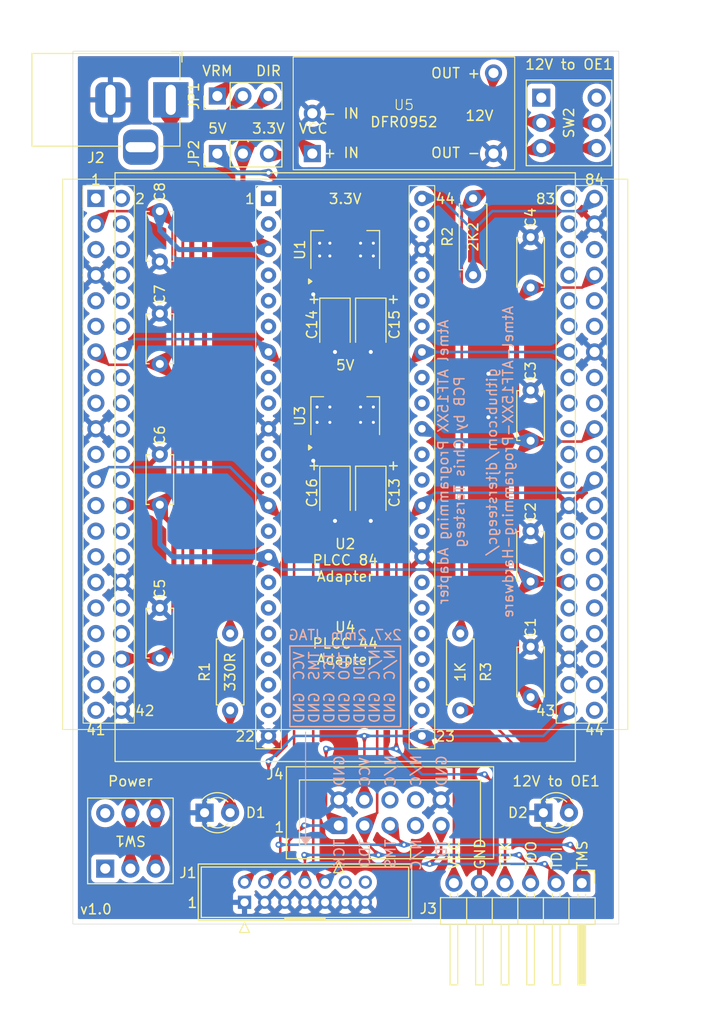
<source format=kicad_pcb>
(kicad_pcb (version 20240108) (generator "pcbnew") (generator_version "8.0")
  (title_block (title "Atmel-ATF15XX-Programming-Adapter") (date "2025-02-19") (rev "v1.0") (company "Chris Tersteeg"))
  (layers (0 "F.Cu" signal) (31 "B.Cu" signal) (34 "B.Paste" user) (35 "F.Paste" user) (36 "B.SilkS" user "B.Silkscreen") (37 "F.SilkS" user "F.Silkscreen") (38 "B.Mask" user) (39 "F.Mask" user) (44 "Edge.Cuts" user))
  (net 0 "")
  (net 1 "GND")
  (net 2 "Net-(JP1-A)")
  (net 3 "+3.3V")
  (net 4 "+5V")
  (net 5 "Net-(D1-A)")
  (net 6 "VCC")
  (net 7 "/TMS")
  (net 8 "/TCK")
  (net 10 "/TDI")
  (net 11 "/TDO")
  (net 13 "Net-(SW1A-B)")
  (net 14 "Net-(JP1-C)")
  (net 111 "Net-(D2-A)")
  (net 112 "/OE1")
  (net 113 "Net-(SW2A-C)")
  (net 116 "+12V")
  (footprint "Resistor_THT:R_Axial_DIN0207_L6.3mm_D2.5mm_P7.62mm_Horizontal" (layer "F.Cu") (at 128.905 100.965 -90)
    (property "Reference" "R1")
    (property "Value" "330R")
  )
  (footprint "Tersteeg:PLCC84 to Dual DIP84" (layer "F.Cu") (at 140.335 83.185)
    (property "Reference" "U2")
    (property "Value" "ATF1508AS-10JU84")
  )
  (footprint "LED_THT:LED_D3.0mm" (layer "F.Cu") (at 126.365 118.745)
    (property "Reference" "D1")
    (property "Value" "LED")
  )
  (footprint "Connector_IDC:IDC-Header_2x05_P2.54mm_Vertical" (layer "F.Cu") (at 139.7 120.015 90)
    (property "Reference" "J4")
    (property "Value" "JTAG")
  )
  (footprint "Capacitor_Tantalum_SMD:CP_EIA-3528-12_Kemet-T_Pad1.50x2.35mm_HandSolder" (layer "F.Cu") (at 139.319 70.3175 -90)
    (property "Reference" "C14")
    (property "Value" "22uF 10V")
  )
  (footprint "Capacitor_THT:C_Disc_D4.7mm_W2.5mm_P5.00mm" (layer "F.Cu") (at 121.92 64.055 90)
    (property "Reference" "C8")
    (property "Value" "220nF")
  )
  (footprint "Capacitor_Tantalum_SMD:CP_EIA-3528-12_Kemet-T_Pad1.50x2.35mm_HandSolder" (layer "F.Cu") (at 139.319 86.995 -90)
    (property "Reference" "C16")
    (property "Value" "22uF 10V")
  )
  (footprint "LED_THT:LED_D3.0mm" (layer "F.Cu") (at 160.02 118.745)
    (property "Reference" "D2")
    (property "Value" "LED")
  )
  (footprint "Capacitor_Tantalum_SMD:CP_EIA-3528-12_Kemet-T_Pad1.50x2.35mm_HandSolder" (layer "F.Cu") (at 142.875 70.3175 -90)
    (property "Reference" "C15")
    (property "Value" "22uF 16V")
  )
  (footprint "Connector_PinHeader_2.54mm:PinHeader_1x03_P2.54mm_Vertical" (layer "F.Cu") (at 127.635 53.34 90)
    (property "Reference" "JP2")
    (property "Value" "VCC 5V/3.3V")
  )
  (footprint "Capacitor_THT:C_Disc_D4.7mm_W2.5mm_P5.00mm" (layer "F.Cu") (at 158.75 76.835 -90)
    (property "Reference" "C3")
    (property "Value" "220nF")
  )
  (footprint "Capacitor_THT:C_Disc_D4.7mm_W2.5mm_P5.00mm" (layer "F.Cu") (at 158.75 61.635 -90)
    (property "Reference" "C4")
    (property "Value" "220nF")
  )
  (footprint "Tersteeg:KFC8.5x8.5 DPDT Push Switch" (layer "F.Cu") (at 118.999 121.539 90)
    (property "Reference" "SW1")
    (property "Value" "SW_DPDT_x2")
  )
  (footprint "Capacitor_Tantalum_SMD:CP_EIA-3528-12_Kemet-T_Pad1.50x2.35mm_HandSolder" (layer "F.Cu") (at 142.875 86.995 -90)
    (property "Reference" "C13")
    (property "Value" "22uF 16V")
  )
  (footprint "Tersteeg:DFR0952 Mini DC-DC Boost Convertor" (layer "F.Cu") (at 137.067 53.34)
    (property "Reference" "U5")
    (property "Value" "DFR0952")
  )
  (footprint "Capacitor_THT:C_Disc_D4.7mm_W2.5mm_P5.00mm" (layer "F.Cu") (at 121.92 83.185 -90)
    (property "Reference" "C6")
    (property "Value" "220nF")
  )
  (footprint "Capacitor_THT:C_Disc_D4.7mm_W2.5mm_P5.00mm" (layer "F.Cu") (at 121.92 69.215 -90)
    (property "Reference" "C7")
    (property "Value" "220nF")
  )
  (footprint "Capacitor_THT:C_Disc_D4.7mm_W2.5mm_P5.00mm" (layer "F.Cu") (at 158.75 102.275 -90)
    (property "Reference" "C1")
    (property "Value" "220nF")
  )
  (footprint "Resistor_THT:R_Axial_DIN0207_L6.3mm_D2.5mm_P7.62mm_Horizontal" (layer "F.Cu") (at 151.765 100.965 -90)
    (property "Reference" "R3")
    (property "Value" "1K")
  )
  (footprint "Capacitor_THT:C_Disc_D4.7mm_W2.5mm_P5.00mm" (layer "F.Cu") (at 158.75 90.805 -90)
    (property "Reference" "C2")
    (property "Value" "220nF")
  )
  (footprint "Connector_PinHeader_2.54mm:PinHeader_1x06_P2.54mm_Horizontal" (layer "F.Cu") (at 163.83 125.73 -90)
    (property "Reference" "J3")
    (property "Value" "JTAG")
  )
  (footprint "Capacitor_THT:C_Disc_D4.7mm_W2.5mm_P5.00mm" (layer "F.Cu") (at 121.92 98.425 -90)
    (property "Reference" "C5")
    (property "Value" "220nF")
  )
  (footprint "Tersteeg:IDC-Header_2x07_P2.00mm_Vertical" (layer "F.Cu") (at 136.335 126.635 90)
    (property "Reference" "J1")
    (property "Value" "JTAG-X")
  )
  (footprint "Package_TO_SOT_SMD:SOT-223-3_TabPin2" (layer "F.Cu") (at 140.335 62.89 90)
    (property "Reference" "U1")
    (property "Value" "AMS1117-3.3")
  )
  (footprint "Connector_PinHeader_2.54mm:PinHeader_1x03_P2.54mm_Vertical" (layer "F.Cu") (at 127.635 47.625 90)
    (property "Reference" "JP1")
    (property "Value" "VCC Source")
  )
  (footprint "Tersteeg:KFC8.5x8.5 DPDT Push Switch" (layer "F.Cu") (at 162.56 50.292)
    (property "Reference" "SW2")
    (property "Value" "SW_DPDT_x2")
  )
  (footprint "Resistor_THT:R_Axial_DIN0207_L6.3mm_D2.5mm_P7.62mm_Horizontal" (layer "F.Cu") (at 153.035 57.785 -90)
    (property "Reference" "R2")
    (property "Value" "2K2")
  )
  (footprint "Connector_BarrelJack:BarrelJack_Horizontal" (layer "F.Cu") (at 123.015 48.005)
    (property "Reference" "J2")
    (property "Value" "DC Input")
  )
  (footprint "Tersteeg:PLCC44-QFP44 to DIP44" (layer "F.Cu") (at 140.335 85.725)
    (property "Reference" "U4")
    (property "Value" "ATF1504AS-10JU44")
  )
  (footprint "Package_TO_SOT_SMD:SOT-223-3_TabPin2" (layer "F.Cu") (at 140.335 79.375 90)
    (property "Reference" "U3")
    (property "Value" "AMS1117-5.0")
  )
  (gr_poly (pts (xy 136.398 121.92) (xy 136.906 121.158) (xy 135.89 121.158)) (stroke (width 0.1)) (fill solid) (layer "B.SilkS"))
  (gr_line (start 136.398 110.744) (end 136.398 121.92) (stroke (width 0.1)) (layer "B.SilkS"))
  (gr_rect (start 134.835 102.2) (end 145.835 110.2) (stroke (width 0.15)) (fill none) (layer "B.SilkS"))
  (gr_rect (start 113.284 43.18) (end 167.513 129.794) (stroke (width 0.05)) (fill none) (layer "Edge.Cuts"))
  (gr_text "N/C" (at 145.335 105.7 90) (layer "B.SilkS") (effects (font (size 1 1)) (justify right bottom mirror)))
  (gr_text "2x7 2mm JTAG" (at 140.335 101.7 0) (layer "B.SilkS") (effects (font (size 1 1)) (justify bottom mirror)))
  (gr_text "GND" (at 145.335 106.7 90) (layer "B.SilkS") (effects (font (size 1 1)) (justify left bottom mirror)))
  (gr_text "GND" (at 136.335 106.7 90) (layer "B.SilkS") (effects (font (size 1 1)) (justify left bottom mirror)))
  (gr_text "VCC" (at 142.875 116.205 90) (layer "B.SilkS") (effects (font (size 1 1)) (justify right bottom mirror)))
  (gr_text "GND" (at 139.335 106.7 90) (layer "B.SilkS") (effects (font (size 1 1)) (justify left bottom mirror)))
  (gr_text "TDI" (at 150.495 121.285 90) (layer "B.SilkS") (effects (font (size 1 1)) (justify left bottom mirror)))
  (gr_text "TDO" (at 140.835 105.7 90) (layer "B.SilkS") (effects (font (size 1 1)) (justify right bottom mirror)))
  (gr_text "TDI" (at 142.335 105.7 90) (layer "B.SilkS") (effects (font (size 1 1)) (justify right bottom mirror)))
  (gr_text "N/C" (at 143.835 105.7 90) (layer "B.SilkS") (effects (font (size 1 1)) (justify right bottom mirror)))
  (gr_text "VCC" (at 136.335 105.7 90) (layer "B.SilkS") (effects (font (size 1 1)) (justify right bottom mirror)))
  (gr_text "N/C" (at 145.415 116.205 90) (layer "B.SilkS") (effects (font (size 1 1)) (justify right bottom mirror)))
  (gr_text "GND" (at 143.835 106.7 90) (layer "B.SilkS") (effects (font (size 1 1)) (justify left bottom mirror)))
  (gr_text "TCK" (at 139.335 105.7 90) (layer "B.SilkS") (effects (font (size 1 1)) (justify right bottom mirror)))
  (gr_text "TCK" (at 140.335 121.285 90) (layer "B.SilkS") (effects (font (size 1 1)) (justify left bottom mirror)))
  (gr_text "GND" (at 140.335 116.205 90) (layer "B.SilkS") (effects (font (size 1 1)) (justify right bottom mirror)))
  (gr_text "N/C" (at 147.955 116.205 90) (layer "B.SilkS") (effects (font (size 1 1)) (justify right bottom mirror)))
  (gr_text "Atmel ATF15XX Programming Adapter\nPCB by Chris Tersteeg\n\ngithub.com/djtersteegc/\nAtmel-ATF15XX-Programming-Hardware" (at 157.099 83.947 90) (layer "B.SilkS") (effects (font (size 1 1)) (justify bottom mirror)))
  (gr_text "GND" (at 140.835 106.7 90) (layer "B.SilkS") (effects (font (size 1 1)) (justify left bottom mirror)))
  (gr_text "GND" (at 142.335 106.7 90) (layer "B.SilkS") (effects (font (size 1 1)) (justify left bottom mirror)))
  (gr_text "N/C" (at 147.955 121.285 90) (layer "B.SilkS") (effects (font (size 1 1)) (justify left bottom mirror)))
  (gr_text "TMS" (at 137.835 105.7 90) (layer "B.SilkS") (effects (font (size 1 1)) (justify right bottom mirror)))
  (gr_text "GND" (at 137.835 106.7 90) (layer "B.SilkS") (effects (font (size 1 1)) (justify left bottom mirror)))
  (gr_text "GND" (at 150.495 116.205 90) (layer "B.SilkS") (effects (font (size 1 1)) (justify right bottom mirror)))
  (gr_text "TMS" (at 145.415 121.285 90) (layer "B.SilkS") (effects (font (size 1 1)) (justify left bottom mirror)))
  (gr_text "TDO" (at 142.875 121.285 90) (layer "B.SilkS") (effects (font (size 1 1)) (justify left bottom mirror)))
  (gr_text "43" (at 161.29 109.22 0) (layer "F.SilkS") (effects (font (size 1 1)) (justify right bottom)))
  (gr_text "12V to OE1" (at 162.56 45.085 0) (layer "F.SilkS") (effects (font (size 1 1)) (justify bottom)))
  (gr_text "83" (at 161.29 58.42 0) (layer "F.SilkS") (effects (font (size 1 1)) (justify right bottom)))
  (gr_text "1" (at 131.445 58.42 0) (layer "F.SilkS") (effects (font (size 1 1)) (justify right bottom)))
  (gr_text "DIR" (at 132.715 45.72 0) (layer "F.SilkS") (effects (font (size 1 1)) (justify bottom)))
  (gr_text "TCK" (at 156.845 124.46 90) (layer "F.SilkS") (effects (font (size 1 1)) (justify left bottom)))
  (gr_text "TDI" (at 161.925 124.46 90) (layer "F.SilkS") (effects (font (size 1 1)) (justify left bottom)))
  (gr_text "TDO" (at 159.385 124.46 90) (layer "F.SilkS") (effects (font (size 1 1)) (justify left bottom)))
  (gr_text "42" (at 119.38 109.22 0) (layer "F.SilkS") (effects (font (size 1 1)) (justify left bottom)))
  (gr_text "+" (at 144.399 84.836 0) (layer "F.SilkS") (effects (font (size 1 1)) (justify left bottom)))
  (gr_text "2" (at 119.38 58.42 0) (layer "F.SilkS") (effects (font (size 1 1)) (justify left bottom)))
  (gr_text "TMS" (at 164.465 124.46 90) (layer "F.SilkS") (effects (font (size 1 1)) (justify left bottom)))
  (gr_text "GND" (at 154.305 124.46 90) (layer "F.SilkS") (effects (font (size 1 1)) (justify left bottom)))
  (gr_text "+" (at 136.525 68.326 0) (layer "F.SilkS") (effects (font (size 1 1)) (justify left bottom)))
  (gr_text "v1.0" (at 115.57 128.905 0) (layer "F.SilkS") (effects (font (size 1 1)) (justify bottom)))
  (gr_text "44" (at 165.1 111.125 0) (layer "F.SilkS") (effects (font (size 1 1)) (justify bottom)))
  (gr_text "5V" (at 127.635 51.435 0) (layer "F.SilkS") (effects (font (size 1 1)) (justify bottom)))
  (gr_text "3.3V" (at 132.715 51.435 0) (layer "F.SilkS") (effects (font (size 1 1)) (justify bottom)))
  (gr_text "5V" (at 140.335 74.93 0) (layer "F.SilkS") (effects (font (size 1 1)) (justify bottom)))
  (gr_text "23" (at 149.225 111.76 0) (layer "F.SilkS") (effects (font (size 1 1)) (justify left bottom)))
  (gr_text "+" (at 144.399 68.326 0) (layer "F.SilkS") (effects (font (size 1 1)) (justify left bottom)))
  (gr_text "+" (at 136.525 84.836 0) (layer "F.SilkS") (effects (font (size 1 1)) (justify left bottom)))
  (gr_text "VCC" (at 151.765 124.46 90) (layer "F.SilkS") (effects (font (size 1 1)) (justify left bottom)))
  (gr_text "84" (at 165.1 56.515 0) (layer "F.SilkS") (effects (font (size 1 1)) (justify bottom)))
  (gr_text "PLCC 44\nAdapter" (at 140.335 104.14 0) (layer "F.SilkS") (effects (font (size 1 1)) (justify bottom)))
  (gr_text "41" (at 115.57 111.125 0) (layer "F.SilkS") (effects (font (size 1 1)) (justify bottom)))
  (gr_text "22" (at 131.445 111.76 0) (layer "F.SilkS") (effects (font (size 1 1)) (justify right bottom)))
  (gr_text "3.3V" (at 140.335 58.42 0) (layer "F.SilkS") (effects (font (size 1 1)) (justify bottom)))
  (gr_text "PLCC 84\nAdapter" (at 140.335 95.885 0) (layer "F.SilkS") (effects (font (size 1 1)) (justify bottom)))
  (gr_text "VRM" (at 127.635 45.72 0) (layer "F.SilkS") (effects (font (size 1 1)) (justify bottom)))
  (gr_text "12V to OE1" (at 161.29 116.205 0) (layer "F.SilkS") (effects (font (size 1 1)) (justify bottom)))
  (gr_text "1" (at 134.366 120.777 0) (layer "F.SilkS") (effects (font (size 1 1)) (justify right bottom)))
  (gr_text "12V" (at 153.67 50.165 0) (layer "F.SilkS") (effects (font (size 1 1)) (justify bottom)))
  (gr_text "1" (at 115.57 56.515 0) (layer "F.SilkS") (effects (font (size 1 1)) (justify bottom)))
  (gr_text "VCC" (at 137.16 51.435 0) (layer "F.SilkS") (effects (font (size 1 1)) (justify bottom)))
  (gr_text "44" (at 149.225 58.42 0) (layer "F.SilkS") (effects (font (size 1 1)) (justify left bottom)))
  (gr_text "Power" (at 118.999 116.205 0) (layer "F.SilkS") (effects (font (size 1 1)) (justify bottom)))
  (gr_text "1" (at 125.73 128.27 0) (layer "F.SilkS") (effects (font (size 1 1)) (justify right bottom)))
  (segment (start 137.16 83.4) (end 138.035 82.525) (width 0.4) (layer "F.Cu") (net 1))
  (segment (start 137.16 66.915) (end 138.035 66.04) (width 0.4) (layer "F.Cu") (net 1))
  (segment (start 137.16 67.31) (end 137.16 66.915) (width 0.4) (layer "F.Cu") (net 1))
  (segment (start 137.16 83.82) (end 137.16 83.4) (width 0.4) (layer "F.Cu") (net 1))
  (via (at 137.795 63.5) (size 0.6) (drill 0.3) (layers "F.Cu" "B.Cu") (net 1))
  (via (at 137.541 80.01) (size 0.6) (drill 0.3) (layers "F.Cu" "B.Cu") (net 1))
  (via (at 138.811 80.01) (size 0.6) (drill 0.3) (layers "F.Cu" "B.Cu") (net 1))
  (via (at 143.129 63.5) (size 0.6) (drill 0.3) (layers "F.Cu" "B.Cu") (net 1))
  (via (at 138.811 78.486) (size 0.6) (drill 0.3) (layers "F.Cu" "B.Cu") (net 1))
  (via (at 143.129 78.486) (size 0.6) (drill 0.3) (layers "F.Cu" "B.Cu") (net 1))
  (via (at 137.795 62.23) (size 0.6) (drill 0.3) (layers "F.Cu" "B.Cu") (net 1))
  (via (at 142.875 73.025) (size 0.8) (drill 0.4) (layers "F.Cu" "B.Cu") (net 1))
  (via (at 142.875 89.789) (size 0.8) (drill 0.4) (layers "F.Cu" "B.Cu") (net 1))
  (via (at 137.541 78.486) (size 0.6) (drill 0.3) (layers "F.Cu" "B.Cu") (net 1))
  (via (at 154.559 75.184) (size 0.8) (drill 0.4) (layers "F.Cu" "B.Cu") (net 1))
  (via (at 141.859 62.23) (size 0.6) (drill 0.3) (layers "F.Cu" "B.Cu") (net 1))
  (via (at 154.559 79.502) (size 0.8) (drill 0.4) (layers "F.Cu" "B.Cu") (net 1))
  (via (at 138.811 63.5) (size 0.6) (drill 0.3) (layers "F.Cu" "B.Cu") (net 1))
  (via (at 141.859 63.5) (size 0.6) (drill 0.3) (layers "F.Cu" "B.Cu") (net 1))
  (via (at 143.129 62.23) (size 0.6) (drill 0.3) (layers "F.Cu" "B.Cu") (net 1))
  (via (at 137.16 67.31) (size 0.8) (drill 0.4) (layers "F.Cu" "B.Cu") (net 1))
  (via (at 139.319 89.789) (size 0.8) (drill 0.4) (layers "F.Cu" "B.Cu") (net 1))
  (via (at 141.859 78.486) (size 0.6) (drill 0.3) (layers "F.Cu" "B.Cu") (net 1))
  (via (at 141.859 80.01) (size 0.6) (drill 0.3) (layers "F.Cu" "B.Cu") (net 1))
  (via (at 143.129 80.01) (size 0.6) (drill 0.3) (layers "F.Cu" "B.Cu") (net 1))
  (via (at 137.16 83.82) (size 0.8) (drill 0.4) (layers "F.Cu" "B.Cu") (net 1))
  (via (at 138.811 62.23) (size 0.6) (drill 0.3) (layers "F.Cu" "B.Cu") (net 1))
  (via (at 139.319 73.025) (size 0.8) (drill 0.4) (layers "F.Cu" "B.Cu") (net 1))
  (segment (start 143.51 66.04) (end 142.635 66.04) (width 0.5) (layer "F.Cu") (net 2))
  (segment (start 145.161 80.899) (end 143.535 82.525) (width 0.5) (layer "F.Cu") (net 2))
  (segment (start 143.535 82.525) (end 142.635 82.525) (width 0.5) (layer "F.Cu") (net 2))
  (segment (start 142.635 66.04) (end 142.635 68.64) (width 0.5) (layer "F.Cu") (net 2))
  (segment (start 127.635 47.625) (end 130.175 45.085) (width 0.5) (layer "F.Cu") (net 2))
  (segment (start 130.175 45.085) (end 140.335 45.085) (width 0.5) (layer "F.Cu") (net 2))
  (segment (start 143.51 66.04) (end 145.161 64.389) (width 0.5) (layer "F.Cu") (net 2))
  (segment (start 140.335 45.085) (end 145.161 49.911) (width 0.5) (layer "F.Cu") (net 2))
  (segment (start 142.875 85.5575) (end 142.875 82.765) (width 0.5) (layer "F.Cu") (net 2))
  (segment (start 145.161 62.992) (end 145.161 80.899) (width 0.5) (layer "F.Cu") (net 2))
  (segment (start 145.161 49.911) (end 145.161 64.389) (width 0.5) (layer "F.Cu") (net 2))
  (segment (start 140.335 67.9305) (end 140.335 66.04) (width 0.5) (layer "F.Cu") (net 3))
  (segment (start 133.935 53.34) (end 132.715 53.34) (width 0.5) (layer "F.Cu") (net 3))
  (segment (start 139.573 68.6925) (end 140.335 67.9305) (width 0.5) (layer "F.Cu") (net 3))
  (segment (start 140.335 59.74) (end 133.935 53.34) (width 0.5) (layer "F.Cu") (net 3))
  (segment (start 140.335 66.04) (end 140.335 59.74) (width 0.5) (layer "F.Cu") (net 3))
  (segment (start 140.335 84.354) (end 140.335 82.525) (width 0.5) (layer "F.Cu") (net 4))
  (segment (start 139.852 76.225) (end 135.89 72.263) (width 0.5) (layer "F.Cu") (net 4))
  (segment (start 135.89 58.42) (end 132.715 55.245) (width 0.5) (layer "F.Cu") (net 4))
  (segment (start 140.335 82.525) (end 140.335 76.225) (width 0.5) (layer "F.Cu") (net 4))
  (segment (start 139.319 85.37) (end 140.335 84.354) (width 0.5) (layer "F.Cu") (net 4))
  (segment (start 135.89 72.263) (end 135.89 58.42) (width 0.5) (layer "F.Cu") (net 4))
  (via (at 132.715 55.245) (size 0.8) (drill 0.4) (layers "F.Cu" "B.Cu") (net 4))
  (segment (start 132.715 55.245) (end 129.54 55.245) (width 0.5) (layer "B.Cu") (net 4))
  (segment (start 129.54 55.245) (end 127.635 53.34) (width 0.5) (layer "B.Cu") (net 4))
  (segment (start 128.905 108.585) (end 128.905 118.745) (width 0.25) (layer "F.Cu") (net 5))
  (segment (start 157.353 80.438) (end 157.353 68.032) (width 0.5) (layer "F.Cu") (net 6))
  (segment (start 128.905 100.965) (end 128.905 97.155) (width 0.25) (layer "F.Cu") (net 6))
  (segment (start 121.285 88.185) (end 118.19 88.185) (width 0.5) (layer "F.Cu") (net 6))
  (segment (start 142.24 111.125) (end 142.24 117.475) (width 0.25) (layer "F.Cu") (net 6))
  (segment (start 130.175 53.34) (end 130.175 50.165) (width 0.5) (layer "F.Cu") (net 6))
  (segment (start 158.75 107.275) (end 160.02 108.545) (width 0.5) (layer "F.Cu") (net 6))
  (segment (start 123.317 102.028) (end 121.92 103.425) (width 0.5) (layer "F.Cu") (net 6))
  (segment (start 130.175 53.34) (end 131.953 51.562) (width 0.4) (layer "F.Cu") (net 6))
  (segment (start 121.285 88.265) (end 123.317 90.297) (width 0.5) (layer "F.Cu") (net 6))
  (segment (start 157.353 83.232) (end 158.75 81.835) (width 0.5) (layer "F.Cu") (net 6))
  (segment (start 130.175 60.325) (end 132.715 62.865) (width 0.5) (layer "F.Cu") (net 6))
  (segment (start 121.84 74.295) (end 116.84 74.295) (width 0.25) (layer "F.Cu") (net 6))
  (segment (start 163.87 66.635) (end 165.1 65.405) (width 0.25) (layer "F.Cu") (net 6))
  (segment (start 123.317 72.818) (end 123.317 60.452) (width 0.5) (layer "F.Cu") (net 6))
  (segment (start 135.289 51.562) (end 137.067 53.34) (width 0.4) (layer "F.Cu") (net 6))
  (segment (start 123.317 60.452) (end 121.92 59.055) (width 0.5) (layer "F.Cu") (net 6))
  (segment (start 157.353 94.408) (end 157.353 83.232) (width 0.5) (layer "F.Cu") (net 6))
  (segment (start 128.905 97.155) (end 132.715 93.345) (width 0.25) (layer "F.Cu") (net 6))
  (segment (start 121.92 103.425) (end 118.19 103.425) (width 0.5) (layer "F.Cu") (net 6))
  (segment (start 123.317 86.788) (end 121.92 88.185) (width 0.5) (layer "F.Cu") (net 6))
  (segment (start 116.84 74.295) (end 115.57 73.025) (width 0.25) (layer "F.Cu") (net 6))
  (segment (start 158.75 95.805) (end 162.48 95.805) (width 0.5) (layer "F.Cu") (net 6))
  (segment (start 157.353 105.878) (end 157.353 97.202) (width 0.5) (layer "F.Cu") (net 6))
  (segment (start 121.92 74.215) (end 123.317 72.818) (width 0.5) (layer "F.Cu") (net 6))
  (segment (start 158.75 95.805) (end 157.353 94.408) (width 0.5) (layer "F.Cu") (net 6))
  (segment (start 121.92 88.185) (end 121.285 88.185) (width 0.5) (layer "F.Cu") (net 6))
  (segment (start 121.92 74.215) (end 121.84 74.295) (width 0.25) (layer "F.Cu") (net 6))
  (segment (start 158.75 81.835) (end 158.83 81.915) (width 0.25) (layer "F.Cu") (net 6))
  (segment (start 157.353 68.032) (end 158.75 66.635) (width 0.5) (layer "F.Cu") (net 6))
  (segment (start 123.317 75.612) (end 123.317 86.788) (width 0.5) (layer "F.Cu") (net 6))
  (segment (start 158.75 66.635) (end 163.87 66.635) (width 0.25) (layer "F.Cu") (net 6))
  (segment (start 121.92 74.215) (end 123.317 75.612) (width 0.5) (layer "F.Cu") (net 6))
  (segment (start 123.317 90.297) (end 123.317 102.028) (width 0.5) (layer "F.Cu") (net 6))
  (segment (start 132.715 123.255) (end 132.715 113.665) (width 0.25) (layer "F.Cu") (net 6))
  (segment (start 163.83 81.915) (end 165.1 80.645) (width 0.25) (layer "F.Cu") (net 6))
  (segment (start 158.75 81.835) (end 157.353 80.438) (width 0.5) (layer "F.Cu") (net 6))
  (segment (start 151.13 114.3) (end 147.955 111.125) (width 0.25) (layer "F.Cu") (net 6))
  (segment (start 130.175 50.165) (end 132.715 47.625) (width 0.5) (layer "F.Cu") (net 6))
  (segment (start 130.175 53.34) (end 130.175 60.325) (width 0.5) (layer "F.Cu") (net 6))
  (segment (start 151.13 125.73) (end 151.13 114.3) (width 0.25) (layer "F.Cu") (net 6))
  (segment (start 116.84 59.055) (end 115.57 60.325) (width 0.25) (layer "F.Cu") (net 6))
  (segment (start 157.353 97.202) (end 158.75 95.805) (width 0.5) (layer "F.Cu") (net 6))
  (segment (start 121.285 88.185) (end 121.285 88.265) (width 0.5) (layer "F.Cu") (net 6))
  (segment (start 158.83 81.915) (end 163.83 81.915) (width 0.25) (layer "F.Cu") (net 6))
  (segment (start 158.75 107.275) (end 157.353 105.878) (width 0.5) (layer "F.Cu") (net 6))
  (segment (start 130.335 125.635) (end 132.715 123.255) (width 0.25) (layer "F.Cu") (net 6))
  (segment (start 131.953 51.562) (end 135.289 51.562) (width 0.4) (layer "F.Cu") (net 6))
  (segment (start 160.02 108.545) (end 162.52 108.545) (width 0.5) (layer "F.Cu") (net 6))
  (segment (start 121.92 59.055) (end 116.84 59.055) (width 0.25) (layer "F.Cu") (net 6))
  (via (at 132.715 113.665) (size 0.6) (drill 0.3) (layers "F.Cu" "B.Cu") (net 6))
  (via (at 142.24 111.125) (size 0.6) (drill 0.3) (layers "F.Cu" "B.Cu") (net 6))
  (segment (start 121.92 60.96) (end 123.825 62.865) (width 0.5) (layer "B.Cu") (net 6))
  (segment (start 147.955 80.645) (end 148.59 80.645) (width 0.5) (layer "B.Cu") (net 6))
  (segment (start 123.19 93.345) (end 132.715 93.345) (width 0.5) (layer "B.Cu") (net 6))
  (segment (start 148.59 80.645) (end 149.78 81.835) (width 0.5) (layer "B.Cu") (net 6))
  (segment (start 149.78 81.835) (end 158.75 81.835) (width 0.5) (layer "B.Cu") (net 6))
  (segment (start 160.02 111.125) (end 162.56 108.585) (width 0.25) (layer "B.Cu") (net 6))
  (segment (start 158.75 95.805) (end 157.56 94.615) (width 0.25) (layer "B.Cu") (net 6))
  (segment (start 147.955 111.125) (end 160.02 111.125) (width 0.25) (layer "B.Cu") (net 6))
  (segment (start 135.255 111.125) (end 142.24 111.125) (width 0.25) (layer "B.Cu") (net 6))
  (segment (start 121.92 59.055) (end 121.92 60.96) (width 0.5) (layer "B.Cu") (net 6))
  (segment (start 133.985 94.615) (end 132.715 93.345) (width 0.25) (layer "B.Cu") (net 6))
  (segment (start 147.955 111.125) (end 142.24 111.125) (width 0.25) (layer "B.Cu") (net 6))
  (segment (start 121.92 92.075) (end 123.19 93.345) (width 0.5) (layer "B.Cu") (net 6))
  (segment (start 132.715 113.665) (end 135.255 111.125) (width 0.25) (layer "B.Cu") (net 6))
  (segment (start 123.825 62.865) (end 132.715 62.865) (width 0.5) (layer "B.Cu") (net 6))
  (segment (start 121.92 88.185) (end 121.92 92.075) (width 0.5) (layer "B.Cu") (net 6))
  (segment (start 157.56 94.615) (end 133.985 94.615) (width 0.25) (layer "B.Cu") (net 6))
  (segment (start 144.78 120.523) (end 146.177 121.92) (width 0.25) (layer "F.Cu") (net 7))
  (segment (start 162.687 121.92) (end 163.83 123.063) (width 0.25) (layer "F.Cu") (net 7))
  (segment (start 132.335 125.635) (end 133.885 124.085) (width 0.25) (layer "F.Cu") (net 7))
  (segment (start 132.715 88.265) (end 135.255 90.805) (width 0.25) (layer "F.Cu") (net 7))
  (segment (start 135.255 90.805) (end 135.255 112.395) (width 0.25) (layer "F.Cu") (net 7))
  (segment (start 133.885 113.765) (end 135.255 112.395) (width 0.25) (layer "F.Cu") (net 7))
  (segment (start 133.885 124.085) (end 133.885 113.765) (width 0.25) (layer "F.Cu") (net 7))
  (segment (start 163.83 123.063) (end 163.83 125.73) (width 0.25) (layer "F.Cu") (net 7))
  (via (at 162.687 121.92) (size 0.6) (drill 0.3) (layers "F.Cu" "B.Cu") (net 7))
  (via (at 133.71 121.92) (size 0.6) (drill 0.3) (layers "F.Cu" "B.Cu") (net 7))
  (via (at 146.177 121.92) (size 0.6) (drill 0.3) (layers "F.Cu" "B.Cu") (net 7))
  (segment (start 146.177 121.92) (end 133.71 121.92) (width 0.25) (layer "B.Cu") (net 7))
  (segment (start 146.177 121.92) (end 162.687 121.92) (width 0.25) (layer "B.Cu") (net 7))
  (segment (start 115.57 85.725) (end 116.84 84.455) (width 0.25) (layer "B.Cu") (net 7))
  (segment (start 116.84 84.455) (end 128.905 84.455) (width 0.25) (layer "B.Cu") (net 7))
  (segment (start 128.905 84.455) (end 132.715 88.265) (width 0.25) (layer "B.Cu") (net 7))
  (segment (start 139.7 120.015) (end 138.43 118.745) (width 0.25) (layer "F.Cu") (net 8))
  (segment (start 156.21 125.73) (end 156.21 116.967) (width 0.25) (layer "F.Cu") (net 8))
  (segment (start 136.271 120.015) (end 134.747 121.539) (width 0.25) (layer "F.Cu") (net 8))
  (segment (start 156.21 116.967) (end 154.178 114.935) (width 0.25) (layer "F.Cu") (net 8))
  (segment (start 147.955 88.265) (end 145.415 90.805) (width 0.25) (layer "F.Cu") (net 8))
  (segment (start 134.747 125.223) (end 134.335 125.635) (width 0.25) (layer "F.Cu") (net 8))
  (segment (start 145.415 90.805) (end 145.415 112.395) (width 0.25) (layer "F.Cu") (net 8))
  (segment (start 134.747 121.539) (end 134.747 125.223) (width 0.25) (layer "F.Cu") (net 8))
  (segment (start 138.43 118.745) (end 138.43 112.395) (width 0.25) (layer "F.Cu") (net 8))
  (via (at 145.415 112.395) (size 0.6) (drill 0.3) (layers "F.Cu" "B.Cu") (net 8))
  (via (at 136.271 120.015) (size 0.6) (drill 0.3) (layers "F.Cu" "B.Cu") (net 8))
  (via (at 154.178 114.935) (size 0.6) (drill 0.3) (layers "F.Cu" "B.Cu") (net 8))
  (via (at 138.43 112.395) (size 0.6) (drill 0.3) (layers "F.Cu" "B.Cu") (net 8))
  (segment (start 154.178 114.935) (end 147.955 114.935) (width 0.25) (layer "B.Cu") (net 8))
  (segment (start 147.955 88.265) (end 149.225 86.995) (width 0.25) (layer "B.Cu") (net 8))
  (segment (start 163.83 86.995) (end 165.1 85.725) (width 0.25) (layer "B.Cu") (net 8))
  (segment (start 149.225 86.995) (end 163.83 86.995) (width 0.25) (layer "B.Cu") (net 8))
  (segment (start 147.955 114.935) (end 145.415 112.395) (width 0.25) (layer "B.Cu") (net 8))
  (segment (start 136.271 120.015) (end 139.7 120.015) (width 0.25) (layer "B.Cu") (net 8))
  (segment (start 138.43 112.395) (end 145.415 112.395) (width 0.25) (layer "B.Cu") (net 8))
  (segment (start 161.29 124.968) (end 161.29 125.73) (width 0.25) (layer "F.Cu") (net 10))
  (segment (start 137.16 90.805) (end 134.62 88.265) (width 0.25) (layer "F.Cu") (net 10))
  (segment (start 160.147 123.825) (end 161.29 124.968) (width 0.25) (layer "F.Cu") (net 10))
  (segment (start 149.86 122.682) (end 149.86 120.015) (width 0.25) (layer "F.Cu") (net 10))
  (segment (start 134.62 74.93) (end 132.715 73.025) (width 0.25) (layer "F.Cu") (net 10))
  (segment (start 134.62 88.265) (end 134.62 74.93) (width 0.25) (layer "F.Cu") (net 10))
  (segment (start 148.717 123.825) (end 149.86 122.682) (width 0.25) (layer "F.Cu") (net 10))
  (segment (start 137.16 124.46) (end 137.16 90.805) (width 0.25) (layer "F.Cu") (net 10))
  (segment (start 138.335 125.635) (end 137.16 124.46) (width 0.25) (layer "F.Cu") (net 10))
  (via (at 148.717 123.825) (size 0.6) (drill 0.3) (layers "F.Cu" "B.Cu") (net 10))
  (via (at 160.147 123.825) (size 0.6) (drill 0.3) (layers "F.Cu" "B.Cu") (net 10))
  (segment (start 148.717 123.825) (end 160.147 123.825) (width 0.25) (layer "B.Cu") (net 10))
  (segment (start 118.11 73.025) (end 119.38 71.755) (width 0.25) (layer "B.Cu") (net 10))
  (segment (start 148.717 123.825) (end 140.145 123.825) (width 0.25) (layer "B.Cu") (net 10))
  (segment (start 140.145 123.825) (end 138.335 125.635) (width 0.25) (layer "B.Cu") (net 10))
  (segment (start 119.38 71.755) (end 131.445 71.755) (width 0.25) (layer "B.Cu") (net 10))
  (segment (start 131.445 71.755) (end 132.715 73.025) (width 0.25) (layer "B.Cu") (net 10))
  (segment (start 146.558 74.422) (end 146.558 88.392) (width 0.25) (layer "F.Cu") (net 11))
  (segment (start 136.335 123) (end 136.335 125.635) (width 0.25) (layer "F.Cu") (net 11))
  (segment (start 136.271 122.936) (end 136.335 123) (width 0.25) (layer "F.Cu") (net 11))
  (segment (start 157.607 122.936) (end 158.75 124.079) (width 0.25) (layer "F.Cu") (net 11))
  (segment (start 142.24 121.539) (end 142.24 120.015) (width 0.25) (layer "F.Cu") (net 11))
  (segment (start 143.51 118.745) (end 142.24 120.015) (width 0.25) (layer "F.Cu") (net 11))
  (segment (start 158.75 124.079) (end 158.75 125.73) (width 0.25) (layer "F.Cu") (net 11))
  (segment (start 143.637 122.936) (end 142.24 121.539) (width 0.25) (layer "F.Cu") (net 11))
  (segment (start 143.51 91.44) (end 143.51 118.745) (width 0.25) (layer "F.Cu") (net 11))
  (segment (start 147.955 73.025) (end 146.558 74.422) (width 0.25) (layer "F.Cu") (net 11))
  (segment (start 146.558 88.392) (end 143.51 91.44) (width 0.25) (layer "F.Cu") (net 11))
  (via (at 143.637 122.936) (size 0.6) (drill 0.3) (layers "F.Cu" "B.Cu") (net 11))
  (via (at 136.271 122.936) (size 0.6) (drill 0.3) (layers "F.Cu" "B.Cu") (net 11))
  (via (at 157.607 122.936) (size 0.6) (drill 0.3) (layers "F.Cu" "B.Cu") (net 11))
  (segment (start 136.271 122.936) (end 143.637 122.936) (width 0.25) (layer "B.Cu") (net 11))
  (segment (start 147.955 73.025) (end 162.56 73.025) (width 0.25) (layer "B.Cu") (net 11))
  (segment (start 157.607 122.936) (end 143.637 122.936) (width 0.25) (layer "B.Cu") (net 11))
  (segment (start 125.095 57.15) (end 125.095 107.315) (width 0.5) (layer "F.Cu") (net 13))
  (segment (start 123.015 55.07) (end 125.095 57.15) (width 0.5) (layer "F.Cu") (net 13))
  (segment (start 118.999 113.411) (end 118.999 118.789) (width 0.5) (layer "F.Cu") (net 13))
  (segment (start 123.015 48.005) (end 123.015 55.07) (width 0.5) (layer "F.Cu") (net 13))
  (segment (start 118.999 118.789) (end 118.999 124.289) (width 0.5) (layer "F.Cu") (net 13))
  (segment (start 125.095 107.315) (end 118.999 113.411) (width 0.5) (layer "F.Cu") (net 13))
  (segment (start 126.365 56.515) (end 125.095 55.245) (width 0.5) (layer "F.Cu") (net 14))
  (segment (start 126.365 50.165) (end 127.635 50.165) (width 0.5) (layer "F.Cu") (net 14))
  (segment (start 121.499 118.789) (end 121.539 118.749) (width 0.5) (layer "F.Cu") (net 14))
  (segment (start 126.365 107.95) (end 126.365 56.515) (width 0.5) (layer "F.Cu") (net 14))
  (segment (start 121.539 112.776) (end 126.365 107.95) (width 0.5) (layer "F.Cu") (net 14))
  (segment (start 125.095 55.245) (end 125.095 51.435) (width 0.5) (layer "F.Cu") (net 14))
  (segment (start 125.095 51.435) (end 126.365 50.165) (width 0.5) (layer "F.Cu") (net 14))
  (segment (start 127.635 50.165) (end 130.175 47.625) (width 0.5) (layer "F.Cu") (net 14))
  (segment (start 121.499 118.789) (end 121.499 124.289) (width 0.5) (layer "F.Cu") (net 14))
  (segment (start 121.539 118.749) (end 121.539 112.776) (width 0.5) (layer "F.Cu") (net 14))
  (segment (start 162.56 118.745) (end 162.56 117.475) (width 0.25) (layer "F.Cu") (net 111))
  (segment (start 153.67 108.585) (end 151.765 108.585) (width 0.25) (layer "F.Cu") (net 111))
  (segment (start 162.56 117.475) (end 153.67 108.585) (width 0.25) (layer "F.Cu") (net 111))
  (segment (start 153.035 60.96) (end 153.035 65.405) (width 0.25) (layer "B.Cu") (net 112))
  (segment (start 154.94 59.055) (end 163.83 59.055) (width 0.25) (layer "B.Cu") (net 112))
  (segment (start 153.035 60.96) (end 154.94 59.055) (width 0.25) (layer "B.Cu") (net 112))
  (segment (start 163.83 59.055) (end 165.1 57.785) (width 0.25) (layer "B.Cu") (net 112))
  (segment (start 147.955 57.785) (end 149.86 57.785) (width 0.25) (layer "B.Cu") (net 112))
  (segment (start 149.86 57.785) (end 153.035 60.96) (width 0.25) (layer "B.Cu") (net 112))
  (segment (start 158.623 52.792) (end 159.81 52.792) (width 0.4) (layer "F.Cu") (net 113))
  (segment (start 159.81 52.792) (end 165.31 52.792) (width 0.4) (layer "F.Cu") (net 113))
  (segment (start 153.035 57.785) (end 151.91 58.91) (width 0.25) (layer "F.Cu") (net 113))
  (segment (start 153.63 57.785) (end 158.623 52.792) (width 0.4) (layer "F.Cu") (net 113))
  (segment (start 151.91 100.82) (end 151.765 100.965) (width 0.25) (layer "F.Cu") (net 113))
  (segment (start 151.91 58.91) (end 151.91 100.82) (width 0.25) (layer "F.Cu") (net 113))
  (segment (start 158.369 50.292) (end 154.906 46.829) (width 0.5) (layer "F.Cu") (net 116))
  (segment (start 154.906 46.829) (end 154.906 45.34) (width 0.5) (layer "F.Cu") (net 116))
  (segment (start 159.81 50.292) (end 158.369 50.292) (width 0.5) (layer "F.Cu") (net 116))
  (segment (start 159.81 50.292) (end 165.31 50.292) (width 0.4) (layer "F.Cu") (net 116))
  (zone (net 1) (net_name "GND") (layers "F&B.Cu") (connect_pads (clearance 0.5)) (min_thickness 0.25) (fill yes (thermal_gap 0.5) (thermal_bridge_width 0.5))
    (polygon (pts (xy 106.045 38.1) (xy 177.165 38.1) (xy 177.165 139.7) (xy 106.045 139.7)))
  )
)
</source>
